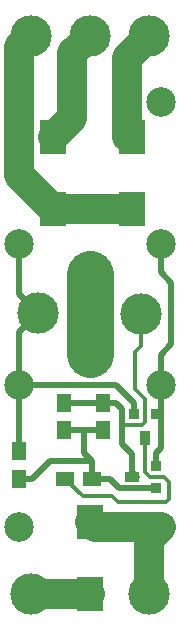
<source format=gtl>
%FSLAX42Y42*%
%MOMM*%
G71*
G01*
G75*
G04 Layer_Physical_Order=1*
G04 Layer_Color=255*
%ADD10R,2.30X3.00*%
%ADD11R,1.25X0.90*%
%ADD12R,0.90X0.90*%
%ADD13R,0.90X0.90*%
%ADD14R,0.90X1.25*%
%ADD15R,1.25X1.50*%
%ADD16R,1.50X1.25*%
%ADD17C,0.50*%
%ADD18C,0.30*%
%ADD19C,2.50*%
%ADD20C,4.00*%
%ADD21C,3.50*%
%ADD22C,2.50*%
D10*
X10100Y5120D02*
D03*
Y5730D02*
D03*
X10460Y8990D02*
D03*
Y8380D02*
D03*
X9790Y8990D02*
D03*
Y8380D02*
D03*
D11*
X10455Y6115D02*
D03*
D12*
X10660Y6210D02*
D03*
Y6020D02*
D03*
D13*
Y6650D02*
D03*
X10470D02*
D03*
D14*
X10565Y6445D02*
D03*
D15*
X10210Y6510D02*
D03*
Y6740D02*
D03*
X9500Y6330D02*
D03*
Y6100D02*
D03*
X9880Y6510D02*
D03*
Y6740D02*
D03*
D16*
X9890Y6100D02*
D03*
X10120D02*
D03*
D17*
X10700Y6650D02*
Y6890D01*
Y6360D02*
Y6650D01*
X10700D01*
X10660D02*
X10700D01*
X10660Y6210D02*
Y6320D01*
X10700Y6360D01*
X10455Y6155D02*
X10495Y6115D01*
X10455Y6155D02*
Y6310D01*
Y6115D02*
Y6155D01*
X10370Y6395D02*
Y6550D01*
Y6395D02*
X10455Y6310D01*
X9880Y6510D02*
X10050D01*
X10210D01*
X10050Y6320D02*
Y6510D01*
Y6320D02*
X10120Y6250D01*
X10270Y6100D02*
X10350Y6020D01*
X10660D01*
X10660Y6020D01*
X10470Y6650D02*
Y6740D01*
X10320Y6890D02*
X10470Y6740D01*
X9500Y6890D02*
X10320D01*
X9500Y7660D02*
Y8090D01*
Y7660D02*
X9660Y7500D01*
X9500Y6890D02*
X9500D01*
Y7340D02*
X9660Y7500D01*
X9500Y6890D02*
Y7340D01*
X10530Y7430D02*
X10600Y7500D01*
X10530Y7430D02*
Y7490D01*
X10700Y7850D02*
Y8090D01*
Y7850D02*
X10790Y7760D01*
Y7240D02*
Y7760D01*
X10700Y7150D02*
X10790Y7240D01*
X10700Y6890D02*
Y7150D01*
X10120Y6100D02*
Y6250D01*
X9760D02*
X10120D01*
X9610Y6100D02*
X9760Y6250D01*
X9500Y6100D02*
X9610D01*
X10370Y6550D02*
Y6690D01*
X9940Y6740D02*
X10210D01*
X9880D02*
X9940D01*
X10210D02*
X10320D01*
X10370Y6690D01*
X10120Y6100D02*
X10270D01*
X9500Y6330D02*
Y6890D01*
X9935Y6745D02*
X9940Y6740D01*
D18*
X10565Y6155D02*
Y6445D01*
X9890Y6100D02*
X10040Y5950D01*
X10290D01*
X10340Y5900D01*
X10740D01*
X10770Y5930D01*
Y6071D01*
X10726Y6115D02*
X10770Y6071D01*
X10605Y6115D02*
X10726D01*
X10565Y6155D02*
X10605Y6115D01*
X10480Y6860D02*
X10570Y6770D01*
X10530Y7220D02*
Y7430D01*
X10370Y6550D02*
X10540D01*
X10570Y6580D01*
Y6770D01*
X10480Y6860D02*
Y7170D01*
X10530Y7220D01*
D19*
X9790Y8990D02*
X9950Y9150D01*
X9500Y8670D02*
X9790Y8380D01*
X10410D01*
X9500Y8670D02*
Y9290D01*
X9950Y9420D02*
Y9700D01*
X10100Y9850D01*
X10410Y9660D02*
X10600Y9850D01*
X10410Y8990D02*
Y9660D01*
X9950Y9150D02*
Y9420D01*
X9500Y9290D02*
Y9750D01*
X9600Y9850D01*
Y5120D02*
X10100D01*
X10600Y5590D02*
X10700Y5690D01*
X10600Y5120D02*
Y5590D01*
X10100Y5730D02*
X10140Y5690D01*
X10700D01*
D20*
X10100Y7153D02*
Y7828D01*
D21*
X10600Y5120D02*
D03*
X9600D02*
D03*
X10600Y9850D02*
D03*
X10100D02*
D03*
X9600D02*
D03*
X9660Y7500D02*
D03*
X10100D02*
D03*
X10530Y7490D02*
D03*
D22*
X10100Y7828D02*
D03*
X10700Y9290D02*
D03*
Y8090D02*
D03*
X9500Y9290D02*
D03*
Y8090D02*
D03*
X10700Y6890D02*
D03*
Y5690D02*
D03*
X9500Y6890D02*
D03*
Y5690D02*
D03*
X10100Y7153D02*
D03*
M02*

</source>
